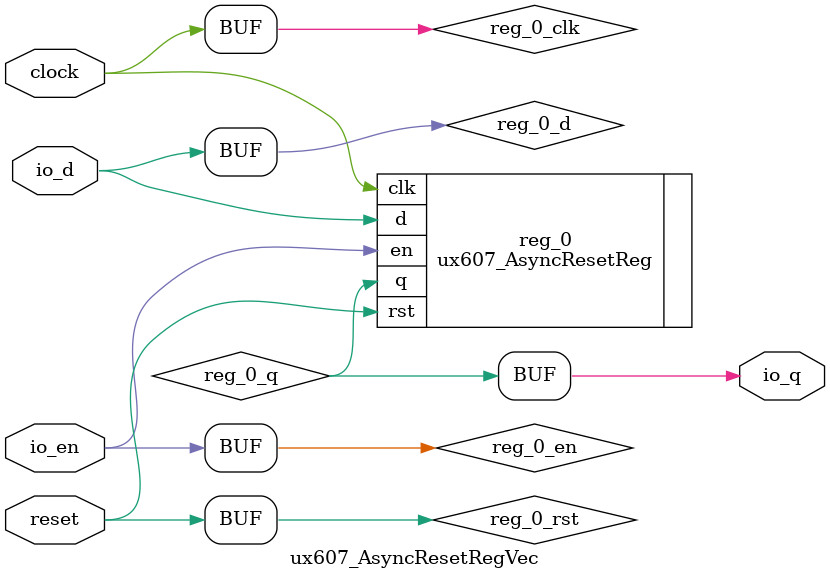
<source format=v>
module ux607_AsyncResetRegVec(
  input   clock,
  input   reset,
  input   io_d,
  output  io_q,
  input   io_en
);
  wire  reg_0_rst;
  wire  reg_0_clk;
  wire  reg_0_en;
  wire  reg_0_q;
  wire  reg_0_d;
  ux607_AsyncResetReg reg_0 (
    .rst(reg_0_rst),
    .clk(reg_0_clk),
    .en(reg_0_en),
    .q(reg_0_q),
    .d(reg_0_d)
  );
  assign io_q = reg_0_q;
  assign reg_0_rst = reset;
  assign reg_0_clk = clock;
  assign reg_0_en = io_en;
  assign reg_0_d = io_d;
endmodule


</source>
